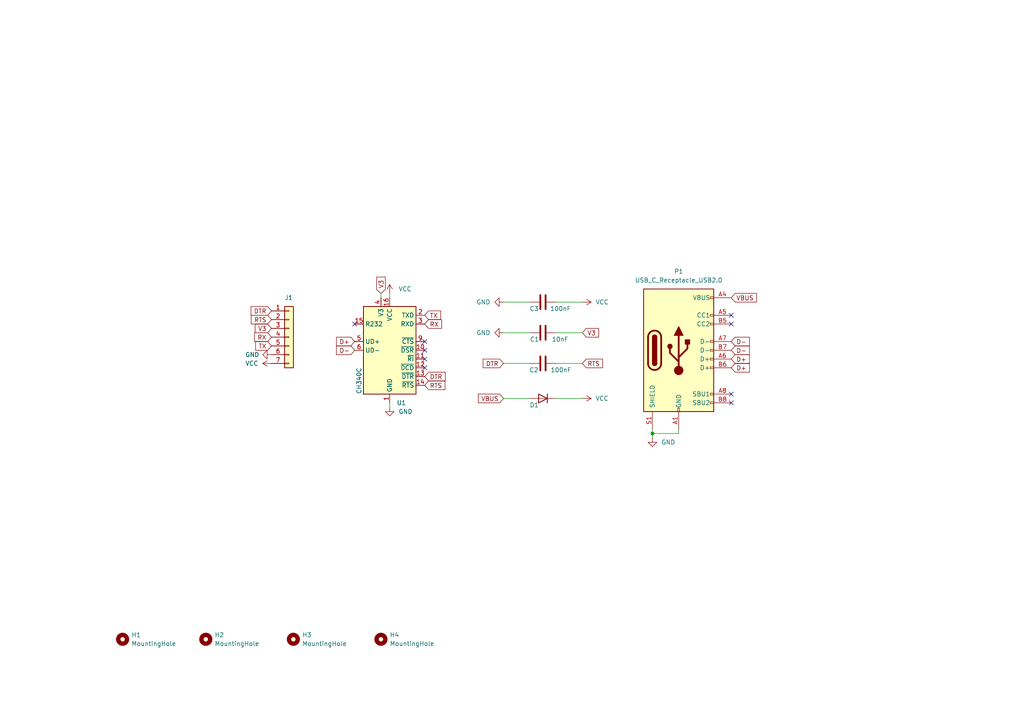
<source format=kicad_sch>
(kicad_sch (version 20230121) (generator eeschema)
  (paper "A4")
  (lib_symbols
    (symbol "Connector:USB_C_Receptacle_USB2.0" (pin_names (offset 1.016))
      (property "Reference" "J" (at -10.16 19.05 0))
      (property "Value" "USB_C_Receptacle_USB2.0" (at 19.05 19.05 0))
      (symbol "USB_C_Receptacle_USB2.0_0_0"
        (rectangle (start -0.254 -17.78) (end 0.254 -16.764))
        (rectangle (start 10.16 -14.986) (end 9.144 -15.494))
        (rectangle (start 10.16 -12.446) (end 9.144 -12.954))
        (rectangle (start 10.16 -4.826) (end 9.144 -5.334))
        (rectangle (start 10.16 -2.286) (end 9.144 -2.794))
        (rectangle (start 10.16 0.254) (end 9.144 -0.254))
        (rectangle (start 10.16 2.794) (end 9.144 2.286))
        (rectangle (start 10.16 7.874) (end 9.144 7.366))
        (rectangle (start 10.16 10.414) (end 9.144 9.906))
        (rectangle (start 10.16 15.494) (end 9.144 14.986))
      )
      (symbol "USB_C_Receptacle_USB2.0_0_1"
        (rectangle (start -10.16 17.78) (end 10.16 -17.78) (stroke (width 0.254)) (fill (type background)))
        (arc (start -8.89 -3.81) (mid -6.985 -5.7067) (end -5.08 -3.81) (stroke (width 0.508)))
        (arc (start -7.62 -3.81) (mid -6.985 -4.4423) (end -6.35 -3.81) (stroke (width 0.254)))
        (arc (start -7.62 -3.81) (mid -6.985 -4.4423) (end -6.35 -3.81) (stroke (width 0.254)) (fill (type outline)))
        (rectangle (start -7.62 -3.81) (end -6.35 3.81) (stroke (width 0.254)) (fill (type outline)))
        (arc (start -6.35 3.81) (mid -6.985 4.4423) (end -7.62 3.81) (stroke (width 0.254)))
        (arc (start -6.35 3.81) (mid -6.985 4.4423) (end -7.62 3.81) (stroke (width 0.254)) (fill (type outline)))
        (arc (start -5.08 3.81) (mid -6.985 5.7067) (end -8.89 3.81) (stroke (width 0.508)))
        (circle (center -2.54 1.143) (radius 0.635) (stroke (width 0.254)) (fill (type outline)))
        (circle (center 0 -5.842) (radius 1.27) (fill (type outline)))
        (polyline (pts (xy -8.89 -3.81) (xy -8.89 3.81)) (stroke (width 0.508)))
        (polyline (pts (xy -5.08 3.81) (xy -5.08 -3.81)) (stroke (width 0.508)))
        (polyline (pts (xy 0 -5.842) (xy 0 4.318)) (stroke (width 0.508)))
        (polyline (pts (xy 0 -3.302) (xy -2.54 -0.762) (xy -2.54 0.508)) (stroke (width 0.508)))
        (polyline (pts (xy 0 -2.032) (xy 2.54 0.508) (xy 2.54 1.778)) (stroke (width 0.508)))
        (polyline (pts (xy -1.27 4.318) (xy 0 6.858) (xy 1.27 4.318) (xy -1.27 4.318)) (stroke (width 0.254)) (fill (type outline)))
        (rectangle (start 1.905 1.778) (end 3.175 3.048) (stroke (width 0.254)) (fill (type outline)))
      )
      (symbol "USB_C_Receptacle_USB2.0_1_1"
        (pin passive line (at 0 -22.86 90) (length 5.08) (name "GND") (number "A1"))
        (pin passive line (at 0 -22.86 90) (length 5.08) hide (name "GND") (number "A12"))
        (pin passive line (at 15.24 15.24 180) (length 5.08) (name "VBUS") (number "A4"))
        (pin bidirectional line (at 15.24 10.16 180) (length 5.08) (name "CC1") (number "A5"))
        (pin bidirectional line (at 15.24 -2.54 180) (length 5.08) (name "D+") (number "A6"))
        (pin bidirectional line (at 15.24 2.54 180) (length 5.08) (name "D-") (number "A7"))
        (pin bidirectional line (at 15.24 -12.7 180) (length 5.08) (name "SBU1") (number "A8"))
        (pin passive line (at 15.24 15.24 180) (length 5.08) hide (name "VBUS") (number "A9"))
        (pin passive line (at 0 -22.86 90) (length 5.08) hide (name "GND") (number "B1"))
        (pin passive line (at 0 -22.86 90) (length 5.08) hide (name "GND") (number "B12"))
        (pin passive line (at 15.24 15.24 180) (length 5.08) hide (name "VBUS") (number "B4"))
        (pin bidirectional line (at 15.24 7.62 180) (length 5.08) (name "CC2") (number "B5"))
        (pin bidirectional line (at 15.24 -5.08 180) (length 5.08) (name "D+") (number "B6"))
        (pin bidirectional line (at 15.24 0 180) (length 5.08) (name "D-") (number "B7"))
        (pin bidirectional line (at 15.24 -15.24 180) (length 5.08) (name "SBU2") (number "B8"))
        (pin passive line (at 15.24 15.24 180) (length 5.08) hide (name "VBUS") (number "B9"))
        (pin passive line (at -7.62 -22.86 90) (length 5.08) (name "SHIELD") (number "S1"))
      )
    )
    (symbol "Connector_Generic:Conn_01x07" (pin_names (offset 1.016) hide)
      (property "Reference" "J" (at 0 10.16 0))
      (property "Value" "Conn_01x07" (at 0 -10.16 0))
      (symbol "Conn_01x07_1_1"
        (rectangle (start -1.27 -7.493) (end 0 -7.747) (stroke (width 0.1524)))
        (rectangle (start -1.27 -4.953) (end 0 -5.207) (stroke (width 0.1524)))
        (rectangle (start -1.27 -2.413) (end 0 -2.667) (stroke (width 0.1524)))
        (rectangle (start -1.27 0.127) (end 0 -0.127) (stroke (width 0.1524)))
        (rectangle (start -1.27 2.667) (end 0 2.413) (stroke (width 0.1524)))
        (rectangle (start -1.27 5.207) (end 0 4.953) (stroke (width 0.1524)))
        (rectangle (start -1.27 7.747) (end 0 7.493) (stroke (width 0.1524)))
        (rectangle (start -1.27 8.89) (end 1.27 -8.89) (stroke (width 0.254)) (fill (type background)))
        (pin passive line (at -5.08 7.62 0) (length 3.81) (name "Pin_1") (number "1"))
        (pin passive line (at -5.08 5.08 0) (length 3.81) (name "Pin_2") (number "2"))
        (pin passive line (at -5.08 2.54 0) (length 3.81) (name "Pin_3") (number "3"))
        (pin passive line (at -5.08 0 0) (length 3.81) (name "Pin_4") (number "4"))
        (pin passive line (at -5.08 -2.54 0) (length 3.81) (name "Pin_5") (number "5"))
        (pin passive line (at -5.08 -5.08 0) (length 3.81) (name "Pin_6") (number "6"))
        (pin passive line (at -5.08 -7.62 0) (length 3.81) (name "Pin_7") (number "7"))
      )
    )
    (symbol "Device:C" (pin_numbers hide) (pin_names (offset 0.254))
      (property "Reference" "C" (at 0.635 2.54 0))
      (property "Value" "C" (at 0.635 -2.54 0))
      (symbol "C_0_1"
        (polyline (pts (xy -2.032 -0.762) (xy 2.032 -0.762)) (stroke (width 0.508)))
        (polyline (pts (xy -2.032 0.762) (xy 2.032 0.762)) (stroke (width 0.508)))
      )
      (symbol "C_1_1"
        (pin passive line (at 0 3.81 270) (length 2.794) (name "~") (number "1"))
        (pin passive line (at 0 -3.81 90) (length 2.794) (name "~") (number "2"))
      )
    )
    (symbol "Device:D" (pin_numbers hide) (pin_names (offset 1.016) hide)
      (property "Reference" "D" (at 0 2.54 0))
      (property "Value" "D" (at 0 -2.54 0))
      (symbol "D_0_1"
        (polyline (pts (xy -1.27 1.27) (xy -1.27 -1.27)) (stroke (width 0.254)))
        (polyline (pts (xy 1.27 0) (xy -1.27 0)))
        (polyline (pts (xy 1.27 1.27) (xy 1.27 -1.27) (xy -1.27 0) (xy 1.27 1.27)) (stroke (width 0.254)))
      )
      (symbol "D_1_1"
        (pin passive line (at -3.81 0 0) (length 2.54) (name "K") (number "1"))
        (pin passive line (at 3.81 0 180) (length 2.54) (name "A") (number "2"))
      )
    )
    (symbol "Interface_USB:CH340C"
      (property "Reference" "U" (at -5.08 13.97 0))
      (property "Value" "CH340C" (at 1.27 13.97 0))
      (symbol "CH340C_0_1"
        (rectangle (start -7.62 12.7) (end 7.62 -12.7) (stroke (width 0.254)) (fill (type background)))
      )
      (symbol "CH340C_1_1"
        (pin power_in line (at 0 -15.24 90) (length 2.54) (name "GND") (number "1"))
        (pin input line (at 10.16 0 180) (length 2.54) (name "~{DSR}") (number "10"))
        (pin input line (at 10.16 -2.54 180) (length 2.54) (name "~{RI}") (number "11"))
        (pin input line (at 10.16 -5.08 180) (length 2.54) (name "~{DCD}") (number "12"))
        (pin output line (at 10.16 -7.62 180) (length 2.54) (name "~{DTR}") (number "13"))
        (pin output line (at 10.16 -10.16 180) (length 2.54) (name "~{RTS}") (number "14"))
        (pin input line (at -10.16 7.62 0) (length 2.54) (name "R232") (number "15"))
        (pin power_in line (at 0 15.24 270) (length 2.54) (name "VCC") (number "16"))
        (pin output line (at 10.16 10.16 180) (length 2.54) (name "TXD") (number "2"))
        (pin input line (at 10.16 7.62 180) (length 2.54) (name "RXD") (number "3"))
        (pin passive line (at -2.54 15.24 270) (length 2.54) (name "V3") (number "4"))
        (pin bidirectional line (at -10.16 2.54 0) (length 2.54) (name "UD+") (number "5"))
        (pin bidirectional line (at -10.16 0 0) (length 2.54) (name "UD-") (number "6"))
        (pin no_connect line (at -7.62 -7.62 0) (length 2.54) hide (name "NC") (number "7"))
        (pin no_connect line (at -7.62 -10.16 0) (length 2.54) hide (name "NC") (number "8"))
        (pin input line (at 10.16 2.54 180) (length 2.54) (name "~{CTS}") (number "9"))
      )
    )
    (symbol "Mechanical:MountingHole" (pin_names (offset 1.016))
      (property "Reference" "H" (at 0 5.08 0))
      (property "Value" "MountingHole" (at 0 3.175 0))
      (symbol "MountingHole_0_1"
        (circle (center 0 0) (radius 1.27) (stroke (width 1.27)))
      )
    )
    (symbol "power:GND" (power) (pin_names (offset 0))
      (property "Value" "GND" (at 0 -3.81 0))
      (symbol "GND_0_1"
        (polyline (pts (xy 0 0) (xy 0 -1.27) (xy 1.27 -1.27) (xy 0 -2.54) (xy -1.27 -1.27) (xy 0 -1.27)))
      )
      (symbol "GND_1_1"
        (pin power_in line (at 0 0 270) (length 0) hide (name "GND") (number "1"))
      )
    )
    (symbol "power:VCC" (power) (pin_names (offset 0))
      (property "Value" "VCC" (at 0 3.81 0))
      (symbol "VCC_0_1"
        (polyline (pts (xy -0.762 1.27) (xy 0 2.54)))
        (polyline (pts (xy 0 0) (xy 0 2.54)))
        (polyline (pts (xy 0 2.54) (xy 0.762 1.27)))
      )
      (symbol "VCC_1_1"
        (pin power_in line (at 0 0 90) (length 0) hide (name "VCC") (number "1"))
      )
    )
  )
  (junction (at 189.23 125.73))
  (no_connect (at 123.19 101.6))
  (no_connect (at 123.19 104.14))
  (no_connect (at 123.19 99.06))
  (no_connect (at 102.87 93.98))
  (no_connect (at 212.09 93.98))
  (no_connect (at 212.09 116.84))
  (no_connect (at 123.19 106.68))
  (no_connect (at 212.09 91.44))
  (no_connect (at 212.09 114.3))
  (wire (pts (xy 196.85 124.46) (xy 196.85 125.73)))
  (wire (pts (xy 146.05 87.63) (xy 153.67 87.63)))
  (wire (pts (xy 161.29 115.57) (xy 168.91 115.57)))
  (wire (pts (xy 189.23 125.73) (xy 189.23 127)))
  (wire (pts (xy 161.29 96.52) (xy 168.91 96.52)))
  (wire (pts (xy 161.29 87.63) (xy 168.91 87.63)))
  (wire (pts (xy 110.49 85.09) (xy 110.49 86.36)))
  (wire (pts (xy 146.05 105.41) (xy 153.67 105.41)))
  (wire (pts (xy 189.23 125.73) (xy 196.85 125.73)))
  (wire (pts (xy 189.23 124.46) (xy 189.23 125.73)))
  (wire (pts (xy 161.29 105.41) (xy 168.91 105.41)))
  (wire (pts (xy 146.05 96.52) (xy 153.67 96.52)))
  (wire (pts (xy 113.03 116.84) (xy 113.03 118.11)))
  (wire (pts (xy 146.05 115.57) (xy 153.67 115.57)))
  (wire (pts (xy 113.03 85.09) (xy 113.03 86.36)))
  (global_label "RX" (shape input) (at 78.74 97.79 180) (property "Intersheetrefs" "${INTERSHEET_REFS}" (effects hide)))
  (global_label "V3" (shape input) (at 168.91 96.52 0) (property "Intersheetrefs" "${INTERSHEET_REFS}" (effects hide)))
  (global_label "RTS" (shape input) (at 168.91 105.41 0) (property "Intersheetrefs" "${INTERSHEET_REFS}" (effects hide)))
  (global_label "D-" (shape input) (at 212.09 99.06 0) (property "Intersheetrefs" "${INTERSHEET_REFS}" (effects hide)))
  (global_label "DTR" (shape input) (at 123.19 109.22 0) (property "Intersheetrefs" "${INTERSHEET_REFS}" (effects hide)))
  (global_label "D+" (shape input) (at 102.87 99.06 180) (property "Intersheetrefs" "${INTERSHEET_REFS}" (effects hide)))
  (global_label "V3" (shape input) (at 78.74 95.25 180) (property "Intersheetrefs" "${INTERSHEET_REFS}" (effects hide)))
  (global_label "VBUS" (shape input) (at 212.09 86.36 0) (property "Intersheetrefs" "${INTERSHEET_REFS}" (effects hide)))
  (global_label "D+" (shape input) (at 212.09 104.14 0) (property "Intersheetrefs" "${INTERSHEET_REFS}" (effects hide)))
  (global_label "RTS" (shape input) (at 123.19 111.76 0) (property "Intersheetrefs" "${INTERSHEET_REFS}" (effects hide)))
  (global_label "DTR" (shape input) (at 78.74 90.17 180) (property "Intersheetrefs" "${INTERSHEET_REFS}" (effects hide)))
  (global_label "TX" (shape input) (at 78.74 100.33 180) (property "Intersheetrefs" "${INTERSHEET_REFS}" (effects hide)))
  (global_label "VBUS" (shape input) (at 146.05 115.57 180) (property "Intersheetrefs" "${INTERSHEET_REFS}" (effects hide)))
  (global_label "D-" (shape input) (at 102.87 101.6 180) (property "Intersheetrefs" "${INTERSHEET_REFS}" (effects hide)))
  (global_label "RX" (shape input) (at 123.19 93.98 0) (property "Intersheetrefs" "${INTERSHEET_REFS}" (effects hide)))
  (global_label "RTS" (shape input) (at 78.74 92.71 180) (property "Intersheetrefs" "${INTERSHEET_REFS}" (effects hide)))
  (global_label "DTR" (shape input) (at 146.05 105.41 180) (property "Intersheetrefs" "${INTERSHEET_REFS}" (effects hide)))
  (global_label "V3" (shape input) (at 110.49 85.09 90) (property "Intersheetrefs" "${INTERSHEET_REFS}" (effects hide)))
  (global_label "D-" (shape input) (at 212.09 101.6 0) (property "Intersheetrefs" "${INTERSHEET_REFS}" (effects hide)))
  (global_label "TX" (shape input) (at 123.19 91.44 0) (property "Intersheetrefs" "${INTERSHEET_REFS}" (effects hide)))
  (global_label "D+" (shape input) (at 212.09 106.68 0) (property "Intersheetrefs" "${INTERSHEET_REFS}" (effects hide)))
  (symbol (lib_id "power:GND") (at 146.05 96.52 270) (unit 1)
    (property "Reference" "#PWR01" (effects hide))
    (property "Value" "GND" (at 142.24 96.5199 90) (effects (justify right)))
  )
  (symbol (lib_id "power:GND") (at 189.23 127 0) (unit 1)
    (property "Reference" "#PWR02" (effects hide))
    (property "Value" "GND" (at 191.77 128.2699 0) (effects (justify left)))
  )
  (symbol (lib_id "power:VCC") (at 168.91 115.57 270) (unit 1)
    (property "Reference" "#PWR0131" (effects hide))
    (property "Value" "VCC" (at 176.53 115.57 90) (effects (justify right)))
  )
  (symbol (lib_id "power:VCC") (at 113.03 85.09 0) (unit 1)
    (property "Reference" "#PWR0103" (effects hide))
    (property "Value" "VCC" (at 115.57 83.8199 0) (effects (justify left)))
  )
  (symbol (lib_id "Mechanical:MountingHole") (at 110.49 185.42 0) (unit 1)
    (property "Reference" "H4" (at 113.03 184.15 0) (effects (justify left)))
    (property "Value" "MountingHole" (at 113.03 186.69 0) (effects (justify left)))
    (property "Footprint" "MountingHole:MountingHole_3.2mm_M3" (effects hide))
  )
  (symbol (lib_id "Interface_USB:CH340C") (at 113.03 101.6 0) (unit 1)
    (property "Reference" "U1" (at 115.0494 116.84 0) (effects (justify left)))
    (property "Value" "CH340C" (at 104.14 114.3 90) (effects (justify left)))
    (property "Footprint" "Package_SO:SOIC-16_3.9x9.9mm_P1.27mm" (effects hide))
    (property "Datasheet" "https://datasheet.lcsc.com/szlcsc/Jiangsu-Qin-Heng-CH340C_C84681.pdf" (effects hide))
  )
  (symbol (lib_id "power:GND") (at 113.03 118.11 0) (unit 1)
    (property "Reference" "#PWR0105" (effects hide))
    (property "Value" "GND" (at 115.57 119.3799 0) (effects (justify left)))
  )
  (symbol (lib_id "Device:D") (at 157.48 115.57 180) (unit 1)
    (property "Reference" "D1" (at 154.94 117.475 0))
    (property "Value" "D" (effects hide))
    (property "Footprint" "Library:SMA_DO_214AC" (effects hide))
  )
  (symbol (lib_id "Connector:USB_C_Receptacle_USB2.0") (at 196.85 101.6 0) (unit 1)
    (property "Reference" "P1" (at 196.85 78.74 0))
    (property "Value" "USB_C_Receptacle_USB2.0" (at 196.85 81.28 0))
    (property "Footprint" "Library:TH_USB_C" (effects hide))
    (property "Datasheet" "https://www.usb.org/sites/default/files/documents/usb_type-c.zip" (effects hide))
  )
  (symbol (lib_id "Mechanical:MountingHole") (at 85.09 185.42 0) (unit 1)
    (property "Reference" "H3" (at 87.63 184.15 0) (effects (justify left)))
    (property "Value" "MountingHole" (at 87.63 186.69 0) (effects (justify left)))
    (property "Footprint" "MountingHole:MountingHole_3.2mm_M3" (effects hide))
  )
  (symbol (lib_id "power:GND") (at 146.05 87.63 270) (unit 1)
    (property "Reference" "#PWR0128" (effects hide))
    (property "Value" "GND" (at 142.24 87.6299 90) (effects (justify right)))
  )
  (symbol (lib_id "Connector_Generic:Conn_01x07") (at 83.82 97.79 0) (unit 1)
    (property "Reference" "J1" (at 82.55 86.36 0) (effects (justify left)))
    (property "Value" "Conn_01x07" (effects hide))
    (property "Footprint" "Library:PinHeader_1x07_P2.54mm" (effects hide))
  )
  (symbol (lib_id "power:VCC") (at 78.74 105.41 90) (mirror x) (unit 1)
    (property "Reference" "#PWR0106" (effects hide))
    (property "Value" "VCC" (at 71.12 105.41 90) (effects (justify right)))
  )
  (symbol (lib_id "Mechanical:MountingHole") (at 59.69 185.42 0) (unit 1)
    (property "Reference" "H2" (at 62.23 184.15 0) (effects (justify left)))
    (property "Value" "MountingHole" (at 62.23 186.69 0) (effects (justify left)))
    (property "Footprint" "MountingHole:MountingHole_3.2mm_M3" (effects hide))
  )
  (symbol (lib_id "Device:C") (at 157.48 96.52 270) (unit 1)
    (property "Reference" "C1" (at 153.67 98.425 90) (effects (justify left)))
    (property "Value" "10nF" (at 160.02 98.425 90) (effects (justify left)))
    (property "Footprint" "Library:C1206" (effects hide))
  )
  (symbol (lib_id "power:GND") (at 78.74 102.87 270) (unit 1)
    (property "Reference" "#PWR0126" (effects hide))
    (property "Value" "GND" (at 71.12 102.87 90) (effects (justify left)))
  )
  (symbol (lib_id "Mechanical:MountingHole") (at 35.56 185.42 0) (unit 1)
    (property "Reference" "H1" (at 38.1 184.15 0) (effects (justify left)))
    (property "Value" "MountingHole" (at 38.1 186.69 0) (effects (justify left)))
    (property "Footprint" "MountingHole:MountingHole_3.2mm_M3" (effects hide))
  )
  (symbol (lib_id "Device:C") (at 157.48 87.63 270) (unit 1)
    (property "Reference" "C3" (at 154.94 89.535 90))
    (property "Value" "100nF" (at 162.56 89.535 90))
    (property "Footprint" "Library:C1206" (effects hide))
  )
  (symbol (lib_id "power:VCC") (at 168.91 87.63 270) (unit 1)
    (property "Reference" "#PWR0127" (effects hide))
    (property "Value" "VCC" (at 172.72 87.6299 90) (effects (justify left)))
  )
  (symbol (lib_id "Device:C") (at 157.48 105.41 90) (unit 1)
    (property "Reference" "C2" (at 156.21 107.315 90) (effects (justify left)))
    (property "Value" "100nF" (at 165.735 107.315 90) (effects (justify left)))
    (property "Footprint" "Library:C1206" (effects hide))
  )
)
</source>
